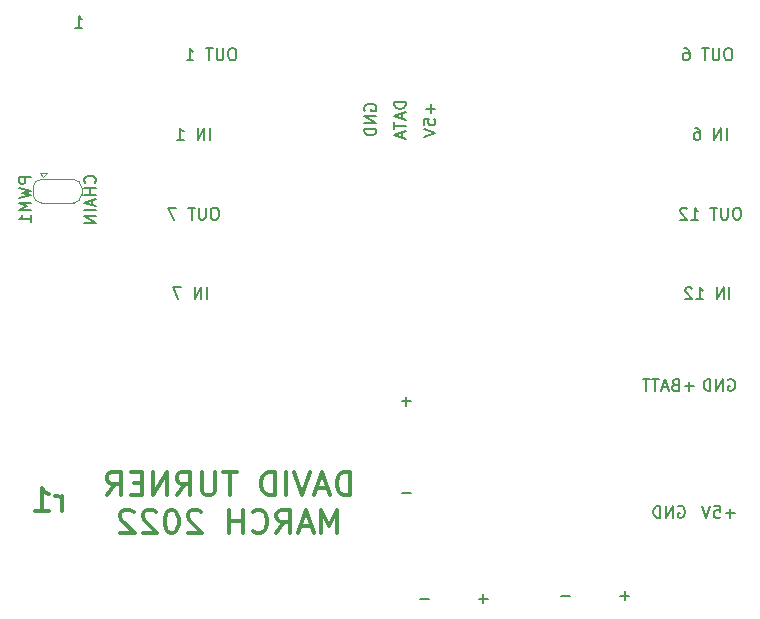
<source format=gbr>
%TF.GenerationSoftware,KiCad,Pcbnew,(6.0.1)*%
%TF.CreationDate,2022-03-24T21:22:16+00:00*%
%TF.ProjectId,isopod_distro,69736f70-6f64-45f6-9469-7374726f2e6b,rev?*%
%TF.SameCoordinates,Original*%
%TF.FileFunction,Legend,Bot*%
%TF.FilePolarity,Positive*%
%FSLAX46Y46*%
G04 Gerber Fmt 4.6, Leading zero omitted, Abs format (unit mm)*
G04 Created by KiCad (PCBNEW (6.0.1)) date 2022-03-24 21:22:16*
%MOMM*%
%LPD*%
G01*
G04 APERTURE LIST*
%ADD10C,0.150000*%
%ADD11C,0.300000*%
%ADD12C,0.120000*%
G04 APERTURE END LIST*
D10*
X181250000Y-113988095D02*
X181202380Y-113892857D01*
X181202380Y-113750000D01*
X181250000Y-113607142D01*
X181345238Y-113511904D01*
X181440476Y-113464285D01*
X181630952Y-113416666D01*
X181773809Y-113416666D01*
X181964285Y-113464285D01*
X182059523Y-113511904D01*
X182154761Y-113607142D01*
X182202380Y-113750000D01*
X182202380Y-113845238D01*
X182154761Y-113988095D01*
X182107142Y-114035714D01*
X181773809Y-114035714D01*
X181773809Y-113845238D01*
X182202380Y-114464285D02*
X181202380Y-114464285D01*
X182202380Y-115035714D01*
X181202380Y-115035714D01*
X182202380Y-115511904D02*
X181202380Y-115511904D01*
X181202380Y-115750000D01*
X181250000Y-115892857D01*
X181345238Y-115988095D01*
X181440476Y-116035714D01*
X181630952Y-116083333D01*
X181773809Y-116083333D01*
X181964285Y-116035714D01*
X182059523Y-115988095D01*
X182154761Y-115892857D01*
X182202380Y-115750000D01*
X182202380Y-115511904D01*
X185130952Y-146321428D02*
X184369047Y-146321428D01*
X170107142Y-108702380D02*
X169916666Y-108702380D01*
X169821428Y-108750000D01*
X169726190Y-108845238D01*
X169678571Y-109035714D01*
X169678571Y-109369047D01*
X169726190Y-109559523D01*
X169821428Y-109654761D01*
X169916666Y-109702380D01*
X170107142Y-109702380D01*
X170202380Y-109654761D01*
X170297619Y-109559523D01*
X170345238Y-109369047D01*
X170345238Y-109035714D01*
X170297619Y-108845238D01*
X170202380Y-108750000D01*
X170107142Y-108702380D01*
X169250000Y-108702380D02*
X169250000Y-109511904D01*
X169202380Y-109607142D01*
X169154761Y-109654761D01*
X169059523Y-109702380D01*
X168869047Y-109702380D01*
X168773809Y-109654761D01*
X168726190Y-109607142D01*
X168678571Y-109511904D01*
X168678571Y-108702380D01*
X168345238Y-108702380D02*
X167773809Y-108702380D01*
X168059523Y-109702380D02*
X168059523Y-108702380D01*
X166154761Y-109702380D02*
X166726190Y-109702380D01*
X166440476Y-109702380D02*
X166440476Y-108702380D01*
X166535714Y-108845238D01*
X166630952Y-108940476D01*
X166726190Y-108988095D01*
D11*
X155595238Y-147904761D02*
X155595238Y-146571428D01*
X155595238Y-146952380D02*
X155500000Y-146761904D01*
X155404761Y-146666666D01*
X155214285Y-146571428D01*
X155023809Y-146571428D01*
X153309523Y-147904761D02*
X154452380Y-147904761D01*
X153880952Y-147904761D02*
X153880952Y-145904761D01*
X154071428Y-146190476D01*
X154261904Y-146380952D01*
X154452380Y-146476190D01*
D10*
X186630952Y-155321428D02*
X185869047Y-155321428D01*
X212107142Y-108702380D02*
X211916666Y-108702380D01*
X211821428Y-108750000D01*
X211726190Y-108845238D01*
X211678571Y-109035714D01*
X211678571Y-109369047D01*
X211726190Y-109559523D01*
X211821428Y-109654761D01*
X211916666Y-109702380D01*
X212107142Y-109702380D01*
X212202380Y-109654761D01*
X212297619Y-109559523D01*
X212345238Y-109369047D01*
X212345238Y-109035714D01*
X212297619Y-108845238D01*
X212202380Y-108750000D01*
X212107142Y-108702380D01*
X211250000Y-108702380D02*
X211250000Y-109511904D01*
X211202380Y-109607142D01*
X211154761Y-109654761D01*
X211059523Y-109702380D01*
X210869047Y-109702380D01*
X210773809Y-109654761D01*
X210726190Y-109607142D01*
X210678571Y-109511904D01*
X210678571Y-108702380D01*
X210345238Y-108702380D02*
X209773809Y-108702380D01*
X210059523Y-109702380D02*
X210059523Y-108702380D01*
X208250000Y-108702380D02*
X208440476Y-108702380D01*
X208535714Y-108750000D01*
X208583333Y-108797619D01*
X208678571Y-108940476D01*
X208726190Y-109130952D01*
X208726190Y-109511904D01*
X208678571Y-109607142D01*
X208630952Y-109654761D01*
X208535714Y-109702380D01*
X208345238Y-109702380D01*
X208250000Y-109654761D01*
X208202380Y-109607142D01*
X208154761Y-109511904D01*
X208154761Y-109273809D01*
X208202380Y-109178571D01*
X208250000Y-109130952D01*
X208345238Y-109083333D01*
X208535714Y-109083333D01*
X208630952Y-109130952D01*
X208678571Y-109178571D01*
X208726190Y-109273809D01*
X168130952Y-116452380D02*
X168130952Y-115452380D01*
X167654761Y-116452380D02*
X167654761Y-115452380D01*
X167083333Y-116452380D01*
X167083333Y-115452380D01*
X165321428Y-116452380D02*
X165892857Y-116452380D01*
X165607142Y-116452380D02*
X165607142Y-115452380D01*
X165702380Y-115595238D01*
X165797619Y-115690476D01*
X165892857Y-115738095D01*
X211880952Y-116452380D02*
X211880952Y-115452380D01*
X211404761Y-116452380D02*
X211404761Y-115452380D01*
X210833333Y-116452380D01*
X210833333Y-115452380D01*
X209166666Y-115452380D02*
X209357142Y-115452380D01*
X209452380Y-115500000D01*
X209500000Y-115547619D01*
X209595238Y-115690476D01*
X209642857Y-115880952D01*
X209642857Y-116261904D01*
X209595238Y-116357142D01*
X209547619Y-116404761D01*
X209452380Y-116452380D01*
X209261904Y-116452380D01*
X209166666Y-116404761D01*
X209119047Y-116357142D01*
X209071428Y-116261904D01*
X209071428Y-116023809D01*
X209119047Y-115928571D01*
X209166666Y-115880952D01*
X209261904Y-115833333D01*
X209452380Y-115833333D01*
X209547619Y-115880952D01*
X209595238Y-115928571D01*
X209642857Y-116023809D01*
X212107142Y-129952380D02*
X212107142Y-128952380D01*
X211630952Y-129952380D02*
X211630952Y-128952380D01*
X211059523Y-129952380D01*
X211059523Y-128952380D01*
X209297619Y-129952380D02*
X209869047Y-129952380D01*
X209583333Y-129952380D02*
X209583333Y-128952380D01*
X209678571Y-129095238D01*
X209773809Y-129190476D01*
X209869047Y-129238095D01*
X208916666Y-129047619D02*
X208869047Y-129000000D01*
X208773809Y-128952380D01*
X208535714Y-128952380D01*
X208440476Y-129000000D01*
X208392857Y-129047619D01*
X208345238Y-129142857D01*
X208345238Y-129238095D01*
X208392857Y-129380952D01*
X208964285Y-129952380D01*
X208345238Y-129952380D01*
X152952380Y-119619047D02*
X151952380Y-119619047D01*
X151952380Y-120000000D01*
X152000000Y-120095238D01*
X152047619Y-120142857D01*
X152142857Y-120190476D01*
X152285714Y-120190476D01*
X152380952Y-120142857D01*
X152428571Y-120095238D01*
X152476190Y-120000000D01*
X152476190Y-119619047D01*
X151952380Y-120523809D02*
X152952380Y-120761904D01*
X152238095Y-120952380D01*
X152952380Y-121142857D01*
X151952380Y-121380952D01*
X152952380Y-121761904D02*
X151952380Y-121761904D01*
X152666666Y-122095238D01*
X151952380Y-122428571D01*
X152952380Y-122428571D01*
X152952380Y-123428571D02*
X152952380Y-122857142D01*
X152952380Y-123142857D02*
X151952380Y-123142857D01*
X152095238Y-123047619D01*
X152190476Y-122952380D01*
X152238095Y-122857142D01*
X198630952Y-155071428D02*
X197869047Y-155071428D01*
X158357142Y-120095238D02*
X158404761Y-120047619D01*
X158452380Y-119904761D01*
X158452380Y-119809523D01*
X158404761Y-119666666D01*
X158309523Y-119571428D01*
X158214285Y-119523809D01*
X158023809Y-119476190D01*
X157880952Y-119476190D01*
X157690476Y-119523809D01*
X157595238Y-119571428D01*
X157500000Y-119666666D01*
X157452380Y-119809523D01*
X157452380Y-119904761D01*
X157500000Y-120047619D01*
X157547619Y-120095238D01*
X158452380Y-120523809D02*
X157452380Y-120523809D01*
X157928571Y-120523809D02*
X157928571Y-121095238D01*
X158452380Y-121095238D02*
X157452380Y-121095238D01*
X158166666Y-121523809D02*
X158166666Y-122000000D01*
X158452380Y-121428571D02*
X157452380Y-121761904D01*
X158452380Y-122095238D01*
X158452380Y-122428571D02*
X157452380Y-122428571D01*
X158452380Y-122904761D02*
X157452380Y-122904761D01*
X158452380Y-123476190D01*
X157452380Y-123476190D01*
X212833333Y-122202380D02*
X212642857Y-122202380D01*
X212547619Y-122250000D01*
X212452380Y-122345238D01*
X212404761Y-122535714D01*
X212404761Y-122869047D01*
X212452380Y-123059523D01*
X212547619Y-123154761D01*
X212642857Y-123202380D01*
X212833333Y-123202380D01*
X212928571Y-123154761D01*
X213023809Y-123059523D01*
X213071428Y-122869047D01*
X213071428Y-122535714D01*
X213023809Y-122345238D01*
X212928571Y-122250000D01*
X212833333Y-122202380D01*
X211976190Y-122202380D02*
X211976190Y-123011904D01*
X211928571Y-123107142D01*
X211880952Y-123154761D01*
X211785714Y-123202380D01*
X211595238Y-123202380D01*
X211500000Y-123154761D01*
X211452380Y-123107142D01*
X211404761Y-123011904D01*
X211404761Y-122202380D01*
X211071428Y-122202380D02*
X210500000Y-122202380D01*
X210785714Y-123202380D02*
X210785714Y-122202380D01*
X208880952Y-123202380D02*
X209452380Y-123202380D01*
X209166666Y-123202380D02*
X209166666Y-122202380D01*
X209261904Y-122345238D01*
X209357142Y-122440476D01*
X209452380Y-122488095D01*
X208500000Y-122297619D02*
X208452380Y-122250000D01*
X208357142Y-122202380D01*
X208119047Y-122202380D01*
X208023809Y-122250000D01*
X207976190Y-122297619D01*
X207928571Y-122392857D01*
X207928571Y-122488095D01*
X207976190Y-122630952D01*
X208547619Y-123202380D01*
X207928571Y-123202380D01*
X156714285Y-106952380D02*
X157285714Y-106952380D01*
X157000000Y-106952380D02*
X157000000Y-105952380D01*
X157095238Y-106095238D01*
X157190476Y-106190476D01*
X157285714Y-106238095D01*
X212535714Y-148071428D02*
X211773809Y-148071428D01*
X212154761Y-148452380D02*
X212154761Y-147690476D01*
X210821428Y-147452380D02*
X211297619Y-147452380D01*
X211345238Y-147928571D01*
X211297619Y-147880952D01*
X211202380Y-147833333D01*
X210964285Y-147833333D01*
X210869047Y-147880952D01*
X210821428Y-147928571D01*
X210773809Y-148023809D01*
X210773809Y-148261904D01*
X210821428Y-148357142D01*
X210869047Y-148404761D01*
X210964285Y-148452380D01*
X211202380Y-148452380D01*
X211297619Y-148404761D01*
X211345238Y-148357142D01*
X210488095Y-147452380D02*
X210154761Y-148452380D01*
X209821428Y-147452380D01*
X207761904Y-147500000D02*
X207857142Y-147452380D01*
X208000000Y-147452380D01*
X208142857Y-147500000D01*
X208238095Y-147595238D01*
X208285714Y-147690476D01*
X208333333Y-147880952D01*
X208333333Y-148023809D01*
X208285714Y-148214285D01*
X208238095Y-148309523D01*
X208142857Y-148404761D01*
X208000000Y-148452380D01*
X207904761Y-148452380D01*
X207761904Y-148404761D01*
X207714285Y-148357142D01*
X207714285Y-148023809D01*
X207904761Y-148023809D01*
X207285714Y-148452380D02*
X207285714Y-147452380D01*
X206714285Y-148452380D01*
X206714285Y-147452380D01*
X206238095Y-148452380D02*
X206238095Y-147452380D01*
X206000000Y-147452380D01*
X205857142Y-147500000D01*
X205761904Y-147595238D01*
X205714285Y-147690476D01*
X205666666Y-147880952D01*
X205666666Y-148023809D01*
X205714285Y-148214285D01*
X205761904Y-148309523D01*
X205857142Y-148404761D01*
X206000000Y-148452380D01*
X206238095Y-148452380D01*
X212011904Y-136750000D02*
X212107142Y-136702380D01*
X212250000Y-136702380D01*
X212392857Y-136750000D01*
X212488095Y-136845238D01*
X212535714Y-136940476D01*
X212583333Y-137130952D01*
X212583333Y-137273809D01*
X212535714Y-137464285D01*
X212488095Y-137559523D01*
X212392857Y-137654761D01*
X212250000Y-137702380D01*
X212154761Y-137702380D01*
X212011904Y-137654761D01*
X211964285Y-137607142D01*
X211964285Y-137273809D01*
X212154761Y-137273809D01*
X211535714Y-137702380D02*
X211535714Y-136702380D01*
X210964285Y-137702380D01*
X210964285Y-136702380D01*
X210488095Y-137702380D02*
X210488095Y-136702380D01*
X210250000Y-136702380D01*
X210107142Y-136750000D01*
X210011904Y-136845238D01*
X209964285Y-136940476D01*
X209916666Y-137130952D01*
X209916666Y-137273809D01*
X209964285Y-137464285D01*
X210011904Y-137559523D01*
X210107142Y-137654761D01*
X210250000Y-137702380D01*
X210488095Y-137702380D01*
X168607142Y-122202380D02*
X168416666Y-122202380D01*
X168321428Y-122250000D01*
X168226190Y-122345238D01*
X168178571Y-122535714D01*
X168178571Y-122869047D01*
X168226190Y-123059523D01*
X168321428Y-123154761D01*
X168416666Y-123202380D01*
X168607142Y-123202380D01*
X168702380Y-123154761D01*
X168797619Y-123059523D01*
X168845238Y-122869047D01*
X168845238Y-122535714D01*
X168797619Y-122345238D01*
X168702380Y-122250000D01*
X168607142Y-122202380D01*
X167750000Y-122202380D02*
X167750000Y-123011904D01*
X167702380Y-123107142D01*
X167654761Y-123154761D01*
X167559523Y-123202380D01*
X167369047Y-123202380D01*
X167273809Y-123154761D01*
X167226190Y-123107142D01*
X167178571Y-123011904D01*
X167178571Y-122202380D01*
X166845238Y-122202380D02*
X166273809Y-122202380D01*
X166559523Y-123202380D02*
X166559523Y-122202380D01*
X165273809Y-122202380D02*
X164607142Y-122202380D01*
X165035714Y-123202380D01*
X191630952Y-155321428D02*
X190869047Y-155321428D01*
X191250000Y-155702380D02*
X191250000Y-154940476D01*
X203630952Y-155071428D02*
X202869047Y-155071428D01*
X203250000Y-155452380D02*
X203250000Y-154690476D01*
X184702380Y-113250000D02*
X183702380Y-113250000D01*
X183702380Y-113488095D01*
X183750000Y-113630952D01*
X183845238Y-113726190D01*
X183940476Y-113773809D01*
X184130952Y-113821428D01*
X184273809Y-113821428D01*
X184464285Y-113773809D01*
X184559523Y-113726190D01*
X184654761Y-113630952D01*
X184702380Y-113488095D01*
X184702380Y-113250000D01*
X184416666Y-114202380D02*
X184416666Y-114678571D01*
X184702380Y-114107142D02*
X183702380Y-114440476D01*
X184702380Y-114773809D01*
X183702380Y-114964285D02*
X183702380Y-115535714D01*
X184702380Y-115250000D02*
X183702380Y-115250000D01*
X184416666Y-115821428D02*
X184416666Y-116297619D01*
X184702380Y-115726190D02*
X183702380Y-116059523D01*
X184702380Y-116392857D01*
D11*
X179988095Y-146544761D02*
X179988095Y-144544761D01*
X179511904Y-144544761D01*
X179226190Y-144640000D01*
X179035714Y-144830476D01*
X178940476Y-145020952D01*
X178845238Y-145401904D01*
X178845238Y-145687619D01*
X178940476Y-146068571D01*
X179035714Y-146259047D01*
X179226190Y-146449523D01*
X179511904Y-146544761D01*
X179988095Y-146544761D01*
X178083333Y-145973333D02*
X177130952Y-145973333D01*
X178273809Y-146544761D02*
X177607142Y-144544761D01*
X176940476Y-146544761D01*
X176559523Y-144544761D02*
X175892857Y-146544761D01*
X175226190Y-144544761D01*
X174559523Y-146544761D02*
X174559523Y-144544761D01*
X173607142Y-146544761D02*
X173607142Y-144544761D01*
X173130952Y-144544761D01*
X172845238Y-144640000D01*
X172654761Y-144830476D01*
X172559523Y-145020952D01*
X172464285Y-145401904D01*
X172464285Y-145687619D01*
X172559523Y-146068571D01*
X172654761Y-146259047D01*
X172845238Y-146449523D01*
X173130952Y-146544761D01*
X173607142Y-146544761D01*
X170369047Y-144544761D02*
X169226190Y-144544761D01*
X169797619Y-146544761D02*
X169797619Y-144544761D01*
X168559523Y-144544761D02*
X168559523Y-146163809D01*
X168464285Y-146354285D01*
X168369047Y-146449523D01*
X168178571Y-146544761D01*
X167797619Y-146544761D01*
X167607142Y-146449523D01*
X167511904Y-146354285D01*
X167416666Y-146163809D01*
X167416666Y-144544761D01*
X165321428Y-146544761D02*
X165988095Y-145592380D01*
X166464285Y-146544761D02*
X166464285Y-144544761D01*
X165702380Y-144544761D01*
X165511904Y-144640000D01*
X165416666Y-144735238D01*
X165321428Y-144925714D01*
X165321428Y-145211428D01*
X165416666Y-145401904D01*
X165511904Y-145497142D01*
X165702380Y-145592380D01*
X166464285Y-145592380D01*
X164464285Y-146544761D02*
X164464285Y-144544761D01*
X163321428Y-146544761D01*
X163321428Y-144544761D01*
X162369047Y-145497142D02*
X161702380Y-145497142D01*
X161416666Y-146544761D02*
X162369047Y-146544761D01*
X162369047Y-144544761D01*
X161416666Y-144544761D01*
X159416666Y-146544761D02*
X160083333Y-145592380D01*
X160559523Y-146544761D02*
X160559523Y-144544761D01*
X159797619Y-144544761D01*
X159607142Y-144640000D01*
X159511904Y-144735238D01*
X159416666Y-144925714D01*
X159416666Y-145211428D01*
X159511904Y-145401904D01*
X159607142Y-145497142D01*
X159797619Y-145592380D01*
X160559523Y-145592380D01*
X178892857Y-149764761D02*
X178892857Y-147764761D01*
X178226190Y-149193333D01*
X177559523Y-147764761D01*
X177559523Y-149764761D01*
X176702380Y-149193333D02*
X175750000Y-149193333D01*
X176892857Y-149764761D02*
X176226190Y-147764761D01*
X175559523Y-149764761D01*
X173750000Y-149764761D02*
X174416666Y-148812380D01*
X174892857Y-149764761D02*
X174892857Y-147764761D01*
X174130952Y-147764761D01*
X173940476Y-147860000D01*
X173845238Y-147955238D01*
X173750000Y-148145714D01*
X173750000Y-148431428D01*
X173845238Y-148621904D01*
X173940476Y-148717142D01*
X174130952Y-148812380D01*
X174892857Y-148812380D01*
X171750000Y-149574285D02*
X171845238Y-149669523D01*
X172130952Y-149764761D01*
X172321428Y-149764761D01*
X172607142Y-149669523D01*
X172797619Y-149479047D01*
X172892857Y-149288571D01*
X172988095Y-148907619D01*
X172988095Y-148621904D01*
X172892857Y-148240952D01*
X172797619Y-148050476D01*
X172607142Y-147860000D01*
X172321428Y-147764761D01*
X172130952Y-147764761D01*
X171845238Y-147860000D01*
X171750000Y-147955238D01*
X170892857Y-149764761D02*
X170892857Y-147764761D01*
X170892857Y-148717142D02*
X169750000Y-148717142D01*
X169750000Y-149764761D02*
X169750000Y-147764761D01*
X167369047Y-147955238D02*
X167273809Y-147860000D01*
X167083333Y-147764761D01*
X166607142Y-147764761D01*
X166416666Y-147860000D01*
X166321428Y-147955238D01*
X166226190Y-148145714D01*
X166226190Y-148336190D01*
X166321428Y-148621904D01*
X167464285Y-149764761D01*
X166226190Y-149764761D01*
X164988095Y-147764761D02*
X164797619Y-147764761D01*
X164607142Y-147860000D01*
X164511904Y-147955238D01*
X164416666Y-148145714D01*
X164321428Y-148526666D01*
X164321428Y-149002857D01*
X164416666Y-149383809D01*
X164511904Y-149574285D01*
X164607142Y-149669523D01*
X164797619Y-149764761D01*
X164988095Y-149764761D01*
X165178571Y-149669523D01*
X165273809Y-149574285D01*
X165369047Y-149383809D01*
X165464285Y-149002857D01*
X165464285Y-148526666D01*
X165369047Y-148145714D01*
X165273809Y-147955238D01*
X165178571Y-147860000D01*
X164988095Y-147764761D01*
X163559523Y-147955238D02*
X163464285Y-147860000D01*
X163273809Y-147764761D01*
X162797619Y-147764761D01*
X162607142Y-147860000D01*
X162511904Y-147955238D01*
X162416666Y-148145714D01*
X162416666Y-148336190D01*
X162511904Y-148621904D01*
X163654761Y-149764761D01*
X162416666Y-149764761D01*
X161654761Y-147955238D02*
X161559523Y-147860000D01*
X161369047Y-147764761D01*
X160892857Y-147764761D01*
X160702380Y-147860000D01*
X160607142Y-147955238D01*
X160511904Y-148145714D01*
X160511904Y-148336190D01*
X160607142Y-148621904D01*
X161750000Y-149764761D01*
X160511904Y-149764761D01*
D10*
X186821428Y-113464285D02*
X186821428Y-114226190D01*
X187202380Y-113845238D02*
X186440476Y-113845238D01*
X186202380Y-115178571D02*
X186202380Y-114702380D01*
X186678571Y-114654761D01*
X186630952Y-114702380D01*
X186583333Y-114797619D01*
X186583333Y-115035714D01*
X186630952Y-115130952D01*
X186678571Y-115178571D01*
X186773809Y-115226190D01*
X187011904Y-115226190D01*
X187107142Y-115178571D01*
X187154761Y-115130952D01*
X187202380Y-115035714D01*
X187202380Y-114797619D01*
X187154761Y-114702380D01*
X187107142Y-114654761D01*
X186202380Y-115511904D02*
X187202380Y-115845238D01*
X186202380Y-116178571D01*
X209071428Y-137321428D02*
X208309523Y-137321428D01*
X208690476Y-137702380D02*
X208690476Y-136940476D01*
X207500000Y-137178571D02*
X207357142Y-137226190D01*
X207309523Y-137273809D01*
X207261904Y-137369047D01*
X207261904Y-137511904D01*
X207309523Y-137607142D01*
X207357142Y-137654761D01*
X207452380Y-137702380D01*
X207833333Y-137702380D01*
X207833333Y-136702380D01*
X207500000Y-136702380D01*
X207404761Y-136750000D01*
X207357142Y-136797619D01*
X207309523Y-136892857D01*
X207309523Y-136988095D01*
X207357142Y-137083333D01*
X207404761Y-137130952D01*
X207500000Y-137178571D01*
X207833333Y-137178571D01*
X206880952Y-137416666D02*
X206404761Y-137416666D01*
X206976190Y-137702380D02*
X206642857Y-136702380D01*
X206309523Y-137702380D01*
X206119047Y-136702380D02*
X205547619Y-136702380D01*
X205833333Y-137702380D02*
X205833333Y-136702380D01*
X205357142Y-136702380D02*
X204785714Y-136702380D01*
X205071428Y-137702380D02*
X205071428Y-136702380D01*
X185130952Y-138571428D02*
X184369047Y-138571428D01*
X184750000Y-138952380D02*
X184750000Y-138190476D01*
X167880952Y-129952380D02*
X167880952Y-128952380D01*
X167404761Y-129952380D02*
X167404761Y-128952380D01*
X166833333Y-129952380D01*
X166833333Y-128952380D01*
X165690476Y-128952380D02*
X165023809Y-128952380D01*
X165452380Y-129952380D01*
D12*
%TO.C,JP1*%
X153700000Y-119300000D02*
X154300000Y-119300000D01*
X153800000Y-121800000D02*
X156600000Y-121800000D01*
X156600000Y-119800000D02*
X153800000Y-119800000D01*
X157250000Y-121100000D02*
X157250000Y-120500000D01*
X154000000Y-119600000D02*
X153700000Y-119300000D01*
X153150000Y-120500000D02*
X153150000Y-121100000D01*
X154000000Y-119600000D02*
X154300000Y-119300000D01*
X153850000Y-119800000D02*
G75*
G03*
X153150000Y-120500000I-1J-699999D01*
G01*
X157250000Y-120500000D02*
G75*
G03*
X156550000Y-119800000I-699999J1D01*
G01*
X153150000Y-121100000D02*
G75*
G03*
X153850000Y-121800000I699999J-1D01*
G01*
X156550000Y-121800000D02*
G75*
G03*
X157250000Y-121100000I1J699999D01*
G01*
%TD*%
M02*

</source>
